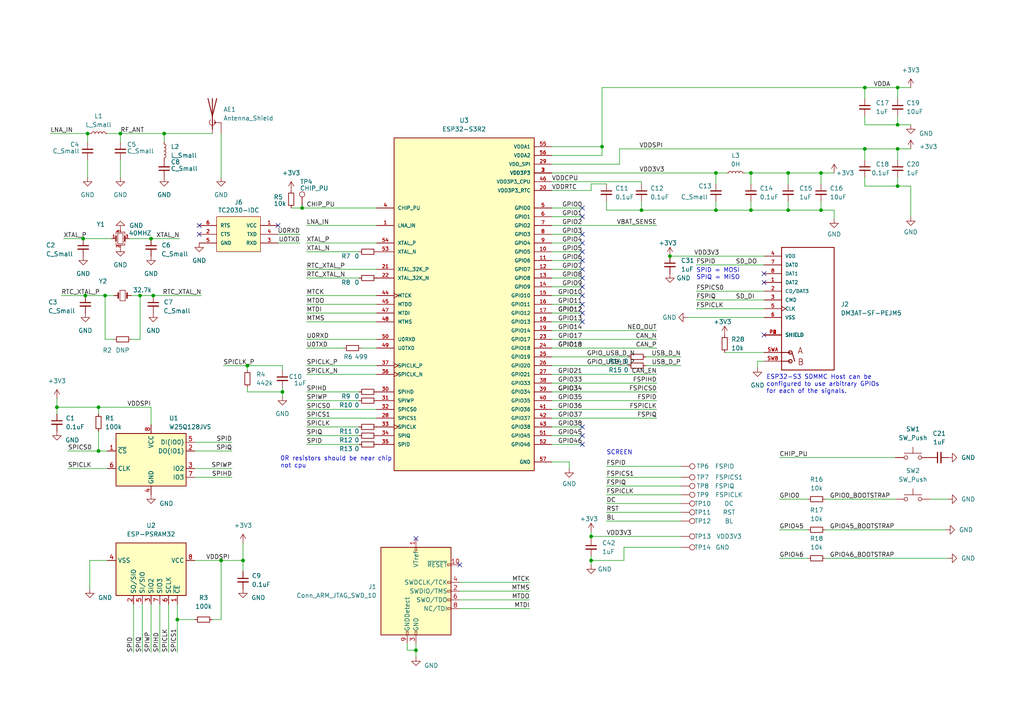
<source format=kicad_sch>
(kicad_sch (version 20211123) (generator eeschema)
  (paper "A4")
  (junction (at 200.66 250.19))
  (junction (at 24.765 85.725))
  (junction (at 34.925 38.735))
  (junction (at 313.69 17.78))
  (junction (at 390.525 81.915))
  (junction (at 120.015 250.19))
  (junction (at 260.35 25.4))
  (junction (at 70.485 162.56))
  (junction (at 228.6 60.96))
  (junction (at 43.815 69.215))
  (junction (at 207.645 60.96))
  (junction (at 174.625 250.19))
  (junction (at 363.22 86.995))
  (junction (at 25.4 38.735))
  (junction (at 47.625 38.735))
  (junction (at 228.6 50.165))
  (junction (at 171.45 155.575))
  (junction (at 81.915 113.665))
  (junction (at 346.71 98.425))
  (junction (at 390.525 88.265))
  (junction (at 217.805 60.96))
  (junction (at 30.48 85.725))
  (junction (at 260.35 43.18))
  (junction (at 144.145 250.19))
  (junction (at 321.31 98.425))
  (junction (at 370.84 98.425))
  (junction (at 144.145 284.48))
  (junction (at 390.525 98.425))
  (junction (at 308.61 98.425))
  (junction (at 24.13 69.215))
  (junction (at 174.625 284.48))
  (junction (at 363.22 98.425))
  (junction (at 308.61 85.725))
  (junction (at 44.45 85.725))
  (junction (at 186.055 60.96))
  (junction (at 40.64 85.725))
  (junction (at 238.125 60.96))
  (junction (at 401.32 81.915))
  (junction (at 250.825 25.4))
  (junction (at 381.635 81.915))
  (junction (at 410.21 81.915))
  (junction (at 401.32 98.425))
  (junction (at 120.65 188.595))
  (junction (at 367.665 81.915))
  (junction (at 378.46 178.435))
  (junction (at 69.215 284.48))
  (junction (at 260.35 36.195))
  (junction (at 16.51 250.19))
  (junction (at 71.755 106.045))
  (junction (at 217.805 50.165))
  (junction (at 28.575 130.81))
  (junction (at 16.51 284.48))
  (junction (at 69.215 250.19))
  (junction (at 231.14 284.48))
  (junction (at 410.21 79.375))
  (junction (at 347.98 57.15))
  (junction (at 305.435 78.105))
  (junction (at 120.015 284.48))
  (junction (at 16.51 118.11))
  (junction (at 64.135 162.56))
  (junction (at 344.17 98.425))
  (junction (at 51.435 179.705))
  (junction (at 250.825 43.18))
  (junction (at 171.45 162.56))
  (junction (at 87.63 60.325))
  (junction (at 323.85 178.435))
  (junction (at 93.345 250.19))
  (junction (at 381.635 88.265))
  (junction (at 314.96 78.105))
  (junction (at 200.66 284.48))
  (junction (at 42.545 250.19))
  (junction (at 42.545 284.48))
  (junction (at 231.14 250.19))
  (junction (at 238.125 50.165))
  (junction (at 260.35 53.975))
  (junction (at 28.575 118.11))
  (junction (at 323.215 78.105))
  (junction (at 194.31 74.295))
  (junction (at 174.625 42.545))
  (junction (at 207.645 50.165))
  (junction (at 93.345 284.48))
  (no_connect (at 168.91 93.345))
  (no_connect (at 168.91 67.945))
  (no_connect (at 57.785 65.405))
  (no_connect (at 168.91 88.265))
  (no_connect (at 320.04 155.575))
  (no_connect (at 80.645 65.405))
  (no_connect (at 168.91 83.185))
  (no_connect (at 221.615 97.155))
  (no_connect (at 168.91 80.645))
  (no_connect (at 168.91 62.865))
  (no_connect (at 333.375 170.815))
  (no_connect (at 368.935 163.195))
  (no_connect (at 133.35 163.83))
  (no_connect (at 120.65 156.21))
  (no_connect (at 168.91 85.725))
  (no_connect (at 168.91 73.025))
  (no_connect (at 168.91 123.825))
  (no_connect (at 168.91 90.805))
  (no_connect (at 168.91 60.325))
  (no_connect (at 379.73 155.575))
  (no_connect (at 168.91 128.905))
  (no_connect (at 168.91 126.365))
  (no_connect (at 57.785 67.945))
  (no_connect (at 168.91 75.565))
  (no_connect (at 168.91 70.485))
  (no_connect (at 168.91 78.105))
  (no_connect (at 351.79 33.655))
  (no_connect (at 221.615 79.375))
  (no_connect (at 221.615 81.915))
  (wire (pts (xy -6.985 284.48) (xy 16.51 284.48)))
  (wire (pts (xy 48.895 175.26) (xy 48.895 189.23)))
  (wire (pts (xy 14.605 38.735) (xy 25.4 38.735)))
  (wire (pts (xy 363.855 80.645) (xy 363.855 81.915)))
  (wire (pts (xy 144.145 259.715) (xy 144.145 264.795)))
  (wire (pts (xy 217.805 58.42) (xy 217.805 60.96)))
  (wire (pts (xy 88.9 85.725) (xy 109.22 85.725)))
  (wire (pts (xy 160.02 75.565) (xy 168.91 75.565)))
  (wire (pts (xy 160.02 121.285) (xy 190.5 121.285)))
  (wire (pts (xy 160.02 98.425) (xy 190.5 98.425)))
  (wire (pts (xy 144.145 250.19) (xy 174.625 250.19)))
  (wire (pts (xy 93.345 259.715) (xy 93.345 264.795)))
  (wire (pts (xy 43.815 175.26) (xy 43.815 189.23)))
  (wire (pts (xy 42.545 250.19) (xy 42.545 254.635)))
  (wire (pts (xy 306.705 -2.54) (xy 311.15 -2.54)))
  (wire (pts (xy 380.365 81.915) (xy 381.635 81.915)))
  (wire (pts (xy 160.02 103.505) (xy 182.245 103.505)))
  (wire (pts (xy 363.855 57.15) (xy 347.98 57.15)))
  (wire (pts (xy 160.02 60.325) (xy 168.91 60.325)))
  (wire (pts (xy 76.835 272.415) (xy 85.725 272.415)))
  (wire (pts (xy 160.02 116.205) (xy 190.5 116.205)))
  (wire (pts (xy 153.67 173.99) (xy 133.35 173.99)))
  (wire (pts (xy 217.805 50.165) (xy 228.6 50.165)))
  (wire (pts (xy 160.02 52.705) (xy 186.055 52.705)))
  (wire (pts (xy 100.965 272.415) (xy 112.395 272.415)))
  (wire (pts (xy 239.395 144.78) (xy 259.715 144.78)))
  (wire (pts (xy 226.06 144.78) (xy 234.315 144.78)))
  (wire (pts (xy 201.93 76.835) (xy 221.615 76.835)))
  (wire (pts (xy 318.135 31.115) (xy 326.39 31.115)))
  (wire (pts (xy 174.625 284.48) (xy 200.66 284.48)))
  (wire (pts (xy 160.02 65.405) (xy 190.5 65.405)))
  (wire (pts (xy 199.39 92.075) (xy 221.615 92.075)))
  (wire (pts (xy 301.625 78.105) (xy 305.435 78.105)))
  (wire (pts (xy 16.51 280.035) (xy 16.51 284.48)))
  (wire (pts (xy 160.02 118.745) (xy 190.5 118.745)))
  (wire (pts (xy 18.415 69.215) (xy 24.13 69.215)))
  (wire (pts (xy 260.35 36.195) (xy 250.825 36.195)))
  (wire (pts (xy 381.635 88.265) (xy 390.525 88.265)))
  (wire (pts (xy 160.02 67.945) (xy 168.91 67.945)))
  (wire (pts (xy 69.215 284.48) (xy 69.215 280.035)))
  (wire (pts (xy 171.45 53.34) (xy 175.895 53.34)))
  (wire (pts (xy 378.46 184.785) (xy 378.46 178.435)))
  (wire (pts (xy 43.815 69.215) (xy 37.465 69.215)))
  (wire (pts (xy 319.405 163.195) (xy 319.405 173.355)))
  (wire (pts (xy 64.135 179.705) (xy 64.135 162.56)))
  (wire (pts (xy 187.325 106.045) (xy 197.485 106.045)))
  (wire (pts (xy 370.84 86.995) (xy 363.22 86.995)))
  (wire (pts (xy 160.02 106.045) (xy 182.245 106.045)))
  (wire (pts (xy 47.625 41.275) (xy 47.625 38.735)))
  (wire (pts (xy 144.145 284.48) (xy 144.145 280.035)))
  (wire (pts (xy 51.435 179.705) (xy 56.515 179.705)))
  (wire (pts (xy 370.84 93.345) (xy 370.84 98.425)))
  (wire (pts (xy 321.31 98.425) (xy 344.17 98.425)))
  (wire (pts (xy 120.015 259.715) (xy 120.015 264.795)))
  (wire (pts (xy 88.9 73.025) (xy 104.14 73.025)))
  (wire (pts (xy 321.31 85.725) (xy 321.31 87.63)))
  (wire (pts (xy 81.915 114.935) (xy 81.915 113.665)))
  (wire (pts (xy 69.215 259.715) (xy 69.215 264.795)))
  (wire (pts (xy 40.64 85.725) (xy 38.1 85.725)))
  (wire (pts (xy 16.51 250.19) (xy 42.545 250.19)))
  (wire (pts (xy 401.32 88.265) (xy 401.32 98.425)))
  (wire (pts (xy 25.4 38.735) (xy 25.4 41.275)))
  (wire (pts (xy -2.54 272.415) (xy 0 272.415)))
  (wire (pts (xy 250.825 43.18) (xy 250.825 46.355)))
  (wire (pts (xy 333.375 168.275) (xy 323.85 168.275)))
  (wire (pts (xy 151.765 272.415) (xy 167.005 272.415)))
  (wire (pts (xy 370.84 88.265) (xy 370.84 86.995)))
  (wire (pts (xy 160.02 80.645) (xy 168.91 80.645)))
  (wire (pts (xy 71.755 106.045) (xy 71.755 107.315)))
  (wire (pts (xy 160.02 62.865) (xy 168.91 62.865)))
  (wire (pts (xy 160.02 108.585) (xy 190.5 108.585)))
  (wire (pts (xy 238.125 60.96) (xy 228.6 60.96)))
  (wire (pts (xy 38.1 98.425) (xy 40.64 98.425)))
  (wire (pts (xy 160.02 70.485) (xy 168.91 70.485)))
  (wire (pts (xy 175.895 135.255) (xy 197.485 135.255)))
  (wire (pts (xy 69.215 250.19) (xy 69.215 254.635)))
  (wire (pts (xy 160.02 113.665) (xy 190.5 113.665)))
  (wire (pts (xy 171.45 162.56) (xy 171.45 161.29)))
  (wire (pts (xy 144.145 284.48) (xy 174.625 284.48)))
  (wire (pts (xy 390.525 81.915) (xy 401.32 81.915)))
  (wire (pts (xy 71.755 106.045) (xy 81.915 106.045)))
  (wire (pts (xy 28.575 125.095) (xy 28.575 130.81)))
  (wire (pts (xy 207.645 50.165) (xy 210.82 50.165)))
  (wire (pts (xy 194.31 74.295) (xy 221.615 74.295)))
  (wire (pts (xy 64.77 106.045) (xy 71.755 106.045)))
  (wire (pts (xy 200.66 284.48) (xy 231.14 284.48)))
  (wire (pts (xy 160.02 95.885) (xy 190.5 95.885)))
  (wire (pts (xy 160.02 85.725) (xy 168.91 85.725)))
  (wire (pts (xy 174.625 250.19) (xy 200.66 250.19)))
  (wire (pts (xy 70.485 162.56) (xy 70.485 165.735)))
  (wire (pts (xy 321.31 92.71) (xy 321.31 98.425)))
  (wire (pts (xy 160.02 126.365) (xy 168.91 126.365)))
  (wire (pts (xy 410.21 77.47) (xy 410.21 79.375)))
  (wire (pts (xy 260.35 43.18) (xy 260.35 46.355)))
  (wire (pts (xy 88.9 106.045) (xy 109.22 106.045)))
  (wire (pts (xy 260.35 43.18) (xy 264.16 43.18)))
  (wire (pts (xy 28.575 118.11) (xy 28.575 120.015)))
  (wire (pts (xy 88.9 121.285) (xy 109.22 121.285)))
  (wire (pts (xy 175.895 58.42) (xy 175.895 60.96)))
  (wire (pts (xy 16.51 284.48) (xy 42.545 284.48)))
  (wire (pts (xy 174.625 25.4) (xy 174.625 42.545)))
  (wire (pts (xy 228.6 50.165) (xy 228.6 53.34)))
  (wire (pts (xy 93.345 284.48) (xy 93.345 280.035)))
  (wire (pts (xy 260.35 53.975) (xy 250.825 53.975)))
  (wire (pts (xy 42.545 284.48) (xy 42.545 280.035)))
  (wire (pts (xy 56.515 138.43) (xy 67.31 138.43)))
  (wire (pts (xy 360.68 78.105) (xy 363.855 78.105)))
  (wire (pts (xy 28.575 118.11) (xy 43.815 118.11)))
  (wire (pts (xy 71.755 113.665) (xy 81.915 113.665)))
  (wire (pts (xy 360.68 80.645) (xy 363.855 80.645)))
  (wire (pts (xy 217.805 60.96) (xy 207.645 60.96)))
  (wire (pts (xy 51.435 179.705) (xy 51.435 189.23)))
  (wire (pts (xy 363.855 76.835) (xy 367.665 76.835)))
  (wire (pts (xy 323.215 78.105) (xy 323.215 81.915)))
  (wire (pts (xy 88.9 88.265) (xy 109.22 88.265)))
  (wire (pts (xy -6.985 259.715) (xy -6.985 284.48)))
  (wire (pts (xy 88.9 93.345) (xy 109.22 93.345)))
  (wire (pts (xy 34.925 41.275) (xy 34.925 38.735)))
  (wire (pts (xy 320.04 155.575) (xy 333.375 155.575)))
  (wire (pts (xy 160.02 47.625) (xy 179.705 47.625)))
  (wire (pts (xy 333.375 163.195) (xy 319.405 163.195)))
  (wire (pts (xy 250.825 33.655) (xy 250.825 36.195)))
  (wire (pts (xy 93.345 250.19) (xy 93.345 254.635)))
  (wire (pts (xy 201.93 84.455) (xy 221.615 84.455)))
  (wire (pts (xy 120.65 186.69) (xy 120.65 188.595)))
  (wire (pts (xy 339.09 17.78) (xy 339.09 23.495)))
  (wire (pts (xy 160.02 83.185) (xy 168.91 83.185)))
  (wire (pts (xy 44.45 85.725) (xy 40.64 85.725)))
  (wire (pts (xy 160.02 42.545) (xy 174.625 42.545)))
  (wire (pts (xy 19.685 130.81) (xy 28.575 130.81)))
  (wire (pts (xy 351.79 36.195) (xy 363.855 36.195)))
  (wire (pts (xy 88.9 98.425) (xy 109.22 98.425)))
  (wire (pts (xy 70.485 157.48) (xy 70.485 162.56)))
  (wire (pts (xy 390.525 98.425) (xy 390.525 93.345)))
  (wire (pts (xy 347.98 59.055) (xy 347.98 57.15)))
  (wire (pts (xy 368.935 165.735) (xy 378.46 165.735)))
  (wire (pts (xy 160.02 128.905) (xy 168.91 128.905)))
  (wire (pts (xy 160.02 90.805) (xy 168.91 90.805)))
  (wire (pts (xy 174.625 284.48) (xy 174.625 280.035)))
  (wire (pts (xy 228.6 60.96) (xy 217.805 60.96)))
  (wire (pts (xy 239.395 153.67) (xy 274.32 153.67)))
  (wire (pts (xy 93.345 250.19) (xy 120.015 250.19)))
  (wire (pts (xy 381.635 82.55) (xy 381.635 81.915)))
  (wire (pts (xy 87.63 60.325) (xy 109.22 60.325)))
  (wire (pts (xy 127.635 272.415) (xy 136.525 272.415)))
  (wire (pts (xy 16.51 115.57) (xy 16.51 118.11)))
  (wire (pts (xy 88.9 123.825) (xy 104.14 123.825)))
  (wire (pts (xy 367.665 81.915) (xy 375.285 81.915)))
  (wire (pts (xy 47.625 38.735) (xy 34.925 38.735)))
  (wire (pts (xy 363.855 78.105) (xy 363.855 76.835)))
  (wire (pts (xy 255.27 284.48) (xy 255.27 290.83)))
  (wire (pts (xy 120.015 250.19) (xy 144.145 250.19)))
  (wire (pts (xy 255.27 245.11) (xy 255.27 250.19)))
  (wire (pts (xy 333.375 165.735) (xy 323.85 165.735)))
  (wire (pts (xy 47.625 38.735) (xy 61.595 38.735)))
  (wire (pts (xy 44.45 85.725) (xy 58.42 85.725)))
  (wire (pts (xy 241.935 60.96) (xy 238.125 60.96)))
  (wire (pts (xy 38.735 175.26) (xy 38.735 189.23)))
  (wire (pts (xy 153.67 168.91) (xy 133.35 168.91)))
  (wire (pts (xy 401.32 98.425) (xy 390.525 98.425)))
  (wire (pts (xy 210.185 102.235) (xy 221.615 102.235)))
  (wire (pts (xy 231.14 250.19) (xy 231.14 254.635)))
  (wire (pts (xy 228.6 58.42) (xy 228.6 60.96)))
  (wire (pts (xy 175.895 138.43) (xy 197.485 138.43)))
  (wire (pts (xy 88.9 116.205) (xy 104.14 116.205)))
  (wire (pts (xy 207.645 53.34) (xy 207.645 50.165)))
  (wire (pts (xy 231.14 284.48) (xy 255.27 284.48)))
  (wire (pts (xy 24.765 85.725) (xy 30.48 85.725)))
  (wire (pts (xy 42.545 284.48) (xy 69.215 284.48)))
  (wire (pts (xy 250.825 51.435) (xy 250.825 53.975)))
  (wire (pts (xy 56.515 135.89) (xy 67.31 135.89)))
  (wire (pts (xy 305.435 78.105) (xy 314.96 78.105)))
  (wire (pts (xy 160.02 78.105) (xy 168.91 78.105)))
  (wire (pts (xy 215.9 50.165) (xy 217.805 50.165)))
  (wire (pts (xy 41.275 175.26) (xy 41.275 189.23)))
  (wire (pts (xy 319.405 178.435) (xy 323.85 178.435)))
  (wire (pts (xy 28.575 130.81) (xy 31.115 130.81)))
  (wire (pts (xy 318.135 28.575) (xy 326.39 28.575)))
  (wire (pts (xy 318.135 38.735) (xy 326.39 38.735)))
  (wire (pts (xy 88.9 126.365) (xy 104.14 126.365)))
  (wire (pts (xy 64.135 162.56) (xy 70.485 162.56)))
  (wire (pts (xy 120.65 188.595) (xy 120.65 190.5)))
  (wire (pts (xy 174.625 45.085) (xy 174.625 42.545)))
  (wire (pts (xy 104.775 100.965) (xy 109.22 100.965)))
  (wire (pts (xy 308.61 85.725) (xy 314.96 85.725)))
  (wire (pts (xy 238.125 60.96) (xy 238.125 58.42)))
  (wire (pts (xy 175.895 60.96) (xy 186.055 60.96)))
  (wire (pts (xy 174.625 250.19) (xy 174.625 254.635)))
  (wire (pts (xy 274.955 144.78) (xy 269.875 144.78)))
  (wire (pts (xy 175.895 151.13) (xy 197.485 151.13)))
  (wire (pts (xy 186.055 58.42) (xy 186.055 60.96)))
  (wire (pts (xy 25.4 46.355) (xy 25.4 51.435)))
  (wire (pts (xy 42.545 259.715) (xy 42.545 264.795)))
  (wire (pts (xy 16.51 118.11) (xy 28.575 118.11)))
  (wire (pts (xy 40.64 98.425) (xy 40.64 85.725)))
  (wire (pts (xy 313.69 15.24) (xy 313.69 17.78)))
  (wire (pts (xy 179.705 43.18) (xy 250.825 43.18)))
  (wire (pts (xy 401.32 81.915) (xy 410.21 81.915)))
  (wire (pts (xy 241.935 63.5) (xy 241.935 60.96)))
  (wire (pts (xy 200.66 259.715) (xy 200.66 264.795)))
  (wire (pts (xy 333.375 178.435) (xy 323.85 178.435)))
  (wire (pts (xy 81.915 106.045) (xy 81.915 107.315)))
  (wire (pts (xy 207.645 60.96) (xy 207.645 58.42)))
  (wire (pts (xy 88.9 70.485) (xy 109.22 70.485)))
  (wire (pts (xy 410.21 98.425) (xy 401.32 98.425)))
  (wire (pts (xy 264.16 36.195) (xy 260.35 36.195)))
  (wire (pts (xy 88.9 118.745) (xy 109.22 118.745)))
  (wire (pts (xy 368.935 168.275) (xy 378.46 168.275)))
  (wire (pts (xy 368.935 155.575) (xy 379.73 155.575)))
  (wire (pts (xy 201.93 86.995) (xy 221.615 86.995)))
  (wire (pts (xy 346.71 98.425) (xy 363.22 98.425)))
  (wire (pts (xy 308.61 98.425) (xy 321.31 98.425)))
  (wire (pts (xy 238.125 50.165) (xy 241.935 50.165)))
  (wire (pts (xy 42.545 250.19) (xy 69.215 250.19)))
  (wire (pts (xy 363.855 81.915) (xy 367.665 81.915)))
  (wire (pts (xy 346.71 98.425) (xy 344.17 98.425)))
  (wire (pts (xy 187.325 103.505) (xy 197.485 103.505)))
  (wire (pts (xy 363.22 86.995) (xy 360.68 86.995)))
  (wire (pts (xy 375.285 88.265) (xy 381.635 88.265)))
  (wire (pts (xy 51.435 175.26) (xy 51.435 179.705)))
  (wire (pts (xy 160.02 50.165) (xy 207.645 50.165)))
  (wire (pts (xy 118.11 188.595) (xy 120.65 188.595)))
  (wire (pts (xy 88.9 78.105) (xy 109.22 78.105)))
  (wire (pts (xy 19.685 135.89) (xy 31.115 135.89)))
  (wire (pts (xy 314.96 85.725) (xy 314.96 83.185)))
  (wire (pts (xy 153.67 171.45) (xy 133.35 171.45)))
  (wire (pts (xy 88.9 113.665) (xy 104.14 113.665)))
  (wire (pts (xy 368.935 170.815) (xy 378.46 170.815)))
  (wire (pts (xy 219.71 104.775) (xy 221.615 104.775)))
  (wire (pts (xy 34.925 38.735) (xy 31.115 38.735)))
  (wire (pts (xy 174.625 25.4) (xy 250.825 25.4)))
  (wire (pts (xy 160.02 73.025) (xy 168.91 73.025)))
  (wire (pts (xy 226.06 153.67) (xy 234.315 153.67)))
  (wire (pts (xy 120.015 284.48) (xy 120.015 280.035)))
  (wire (pts (xy -6.985 250.19) (xy 16.51 250.19)))
  (wire (pts (xy 231.14 250.19) (xy 255.27 250.19)))
  (wire (pts (xy 344.17 92.075) (xy 344.17 98.425)))
  (wire (pts (xy 330.2 81.915) (xy 323.215 81.915)))
  (wire (pts (xy 410.21 81.915) (xy 410.21 83.185)))
  (wire (pts (xy 84.455 60.325) (xy 87.63 60.325)))
  (wire (pts (xy 260.35 53.975) (xy 260.35 51.435)))
  (wire (pts (xy 200.66 250.19) (xy 200.66 254.635)))
  (wire (pts (xy 88.9 108.585) (xy 109.22 108.585)))
  (wire (pts (xy 24.13 272.415) (xy 34.925 272.415)))
  (wire (pts (xy 16.51 120.015) (xy 16.51 118.11)))
  (wire (pts (xy 228.6 50.165) (xy 238.125 50.165)))
  (wire (pts (xy 308.61 99.695) (xy 308.61 98.425)))
  (wire (pts (xy 410.21 79.375) (xy 410.21 81.915)))
  (wire (pts (xy 351.79 31.115) (xy 363.855 31.115)))
  (wire (pts (xy 186.055 60.96) (xy 207.645 60.96)))
  (wire (pts (xy 175.895 146.05) (xy 197.485 146.05)))
  (wire (pts (xy 88.9 90.805) (xy 109.22 90.805)))
  (wire (pts (xy 160.02 111.125) (xy 190.5 111.125)))
  (wire (pts (xy 46.355 175.26) (xy 46.355 189.23)))
  (wire (pts (xy 200.66 250.19) (xy 231.14 250.19)))
  (wire (pts (xy 171.45 155.575) (xy 197.485 155.575)))
  (wire (pts (xy 165.1 135.89) (xy 165.1 133.985)))
  (wire (pts (xy 250.825 25.4) (xy 250.825 28.575)))
  (wire (pts (xy 71.755 112.395) (xy 71.755 113.665)))
  (wire (pts (xy 56.515 162.56) (xy 64.135 162.56)))
  (wire (pts (xy 182.245 272.415) (xy 193.04 272.415)))
  (wire (pts (xy 306.705 2.54) (xy 320.04 2.54)))
  (wire (pts (xy 64.135 38.735) (xy 64.135 51.435)))
  (wire (pts (xy 171.45 55.245) (xy 171.45 53.34)))
  (wire (pts (xy 238.125 50.165) (xy 238.125 53.34)))
  (wire (pts (xy 308.61 85.725) (xy 308.61 98.425)))
  (wire (pts (xy 305.435 85.725) (xy 305.435 83.185)))
  (wire (pts (xy 171.45 155.575) (xy 171.45 154.305)))
  (wire (pts (xy 323.215 78.105) (xy 330.2 78.105)))
  (wire (pts (xy 88.9 100.965) (xy 99.695 100.965)))
  (wire (pts (xy 305.435 85.725) (xy 308.61 85.725)))
  (wire (pts (xy 34.925 46.355) (xy 34.925 51.435)))
  (wire (pts (xy 69.215 284.48) (xy 93.345 284.48)))
  (wire (pts (xy 314.96 78.105) (xy 323.215 78.105)))
  (wire (pts (xy 306.705 5.08) (xy 320.04 5.08)))
  (wire (pts (xy 410.21 88.265) (xy 410.21 98.425)))
  (wire (pts (xy 363.22 98.425) (xy 370.84 98.425)))
  (wire (pts (xy 313.69 17.78) (xy 339.09 17.78)))
  (wire (pts (xy 144.145 250.19) (xy 144.145 254.635)))
  (wire (pts (xy 56.515 128.27) (xy 67.31 128.27)))
  (wire (pts (xy 375.285 84.455) (xy 375.285 88.265)))
  (wire (pts (xy 160.02 123.825) (xy 168.91 123.825)))
  (wire (pts (xy 323.85 184.785) (xy 323.85 178.435)))
  (wire (pts (xy 88.9 128.905) (xy 104.14 128.905)))
  (wire (pts (xy 165.1 133.985) (xy 160.02 133.985)))
  (wire (pts (xy 231.14 284.48) (xy 231.14 280.035)))
  (wire (pts (xy 88.9 80.645) (xy 104.14 80.645)))
  (wire (pts (xy 381.635 87.63) (xy 381.635 88.265)))
  (wire (pts (xy 179.705 43.18) (xy 179.705 47.625)))
  (wire (pts (xy 174.625 259.715) (xy 174.625 264.795)))
  (wire (pts (xy 175.895 140.97) (xy 197.485 140.97)))
  (wire (pts (xy 17.78 85.725) (xy 24.765 85.725)))
  (wire (pts (xy 226.06 161.925) (xy 234.315 161.925)))
  (wire (pts (xy 26.035 162.56) (xy 31.115 162.56)))
  (wire (pts (xy 250.825 25.4) (xy 260.35 25.4)))
  (wire (pts (xy 180.975 162.56) (xy 180.975 158.75)))
  (wire (pts (xy 81.915 113.665) (xy 81.915 112.395)))
  (wire (pts (xy 43.815 118.11) (xy 43.815 123.19)))
  (wire (pts (xy 160.02 93.345) (xy 168.91 93.345)))
  (wire (pts (xy 363.22 86.995) (xy 363.22 88.265)))
  (wire (pts (xy 219.71 106.68) (xy 219.71 104.775)))
  (wire (pts (xy 370.84 98.425) (xy 390.525 98.425)))
  (wire (pts (xy 16.51 259.715) (xy 16.51 264.795)))
  (wire (pts (xy 160.02 45.085) (xy 174.625 45.085)))
  (wire (pts (xy 260.35 25.4) (xy 260.35 28.575)))
  (wire (pts (xy 368.935 178.435) (xy 378.46 178.435)))
  (wire (pts (xy 25.4 38.735) (xy 26.035 38.735)))
  (wire (pts (xy 360.68 84.455) (xy 375.285 84.455)))
  (wire (pts (xy 33.02 98.425) (xy 30.48 98.425)))
  (wire (pts (xy 160.02 55.245) (xy 171.45 55.245)))
  (wire (pts (xy 153.67 176.53) (xy 133.35 176.53)))
  (wire (pts (xy 171.45 156.21) (xy 171.45 155.575)))
  (wire (pts (xy 69.215 250.19) (xy 93.345 250.19)))
  (wire (pts (xy 226.06 132.715) (xy 259.715 132.715)))
  (wire (pts (xy 306.705 0) (xy 320.04 0)))
  (wire (pts (xy 5.08 272.415) (xy 8.89 272.415)))
  (wire (pts (xy 208.28 272.415) (xy 223.52 272.415)))
  (wire (pts (xy 80.645 67.945) (xy 86.995 67.945)))
  (wire (pts (xy 80.645 70.485) (xy 86.995 70.485)))
  (wire (pts (xy 61.595 179.705) (xy 64.135 179.705)))
  (wire (pts (xy 378.46 170.815) (xy 378.46 173.355)))
  (wire (pts (xy 330.2 85.725) (xy 321.31 85.725)))
  (wire (pts (xy 387.35 71.755) (xy 387.35 74.295)))
  (wire (pts (xy 250.825 43.18) (xy 260.35 43.18)))
  (wire (pts (xy -6.985 254.635) (xy -6.985 250.19)))
  (wire (pts (xy 160.02 88.265) (xy 168.91 88.265)))
  (wire (pts (xy 24.13 69.215) (xy 32.385 69.215)))
  (wire (pts (xy 50.165 272.415) (xy 61.595 272.415)))
  (wire (pts (xy 217.805 50.165) (xy 217.805 53.34)))
  (wire (pts (xy 118.11 186.69) (xy 118.11 188.595)))
  (wire (pts (xy 401.32 81.915) (xy 401.32 83.185)))
  (wire (pts (xy 120.015 284.48) (xy 144.145 284.48)))
  (wire (pts (xy 175.895 148.59) (xy 197.485 148.59)))
  (wire (pts (xy 43.815 69.215) (xy 52.07 69.215)))
  (wire (pts (xy 56.515 130.81) (xy 67.31 130.81)))
  (wire (pts (xy 88.9 65.405) (xy 109.22 65.405)))
  (wire (pts (xy 93.345 284.48) (xy 120.015 284.48)))
  (wire (pts (xy 201.93 89.535) (xy 221.615 89.535)))
  (wire (pts (xy 171.45 163.83) (xy 171.45 162.56)))
  (wire (pts (xy 30.48 85.725) (xy 33.02 85.725)))
  (wire (pts (xy 87.63 59.69) (xy 87.63 60.325)))
  (wire (pts (xy 120.015 250.19) (xy 120.015 254.635)))
  (wire (pts (xy 260.35 25.4) (xy 264.16 25.4)))
  (wire (pts (xy 160.02 100.965) (xy 190.5 100.965)))
  (wire (pts (xy 16.51 254.635) (xy 16.51 250.19)))
  (wire (pts (xy 26.035 170.815) (xy 26.035 162.56)))
  (wire (pts (xy 347.98 57.15) (xy 347.98 54.61)))
  (wire (pts (xy 30.48 98.425) (xy 30.48 85.725)))
  (wire (pts (xy 264.16 53.975) (xy 260.35 53.975)))
  (wire (pts (xy 346.71 92.075) (xy 346.71 98.425)))
  (wire (pts (xy 175.895 143.51) (xy 197.485 143.51)))
  (wire (pts (xy 186.055 52.705) (xy 186.055 53.34)))
  (wire (pts (xy 200.66 284.48) (xy 200.66 280.035)))
  (wire (pts (xy 381.635 81.915) (xy 390.525 81.915)))
  (wire (pts (xy 239.395 161.925) (xy 274.955 161.925)))
  (wire (pts (xy 171.45 162.56) (xy 180.975 162.56)))
  (wire (pts (xy 231.14 259.715) (xy 231.14 264.795)))
  (wire (pts (xy 264.16 62.865) (xy 264.16 53.975)))
  (wire (pts (xy 313.69 17.78) (xy 313.69 20.32)))
  (wire (pts (xy 180.975 158.75) (xy 197.485 158.75)))
  (wire (pts (xy 390.525 81.915) (xy 390.525 83.185)))
  (wire (pts (xy 260.35 36.195) (xy 260.35 33.655)))
  (text "SCREEN" (at 175.895 132.08 0) (effects (font (size 1.27 1.27)) (justify left bottom)))
  (text "ESP32-S3 SDMMC Host can be \nconfigured to use arbitrary GPIOs \nfor each of the signals. " (at 222.25 114.3 0) (effects (font (size 1.27 1.27)) (justify left bottom)))
  (text "SPID = MOSI\nSPIQ = MISO" (at 201.93 81.28 0) (effects (font (size 1.27 1.27)) (justify left bottom)))
  (text "0R resistors should be near chip\nnot cpu" (at 81.28 135.89 0) (effects (font (size 1.27 1.27)) (justify left bottom)))
  (text "Pretty sure the resistor network here\nneeds to be recalculated for\n3.3V. Consult Datasheet" (at 372.745 106.045 0) (effects (font (size 1.27 1.27)) (justify left bottom)))
  (label "SPIHD" (at 88.9 113.665 0))
  (label "3.3V" (at 394.97 81.915 180))
  (label "GPIO10" (at 168.91 85.725 180))
  (label "GPIO34" (at 168.91 113.665 180))
  (label "SPICLK" (at 88.9 123.825 0))
  (label "GPIO5" (at 168.91 73.025 180))
  (label "U0TXD" (at 86.995 70.485 180))
  (label "USB_D_N" (at 378.46 165.735 180))
  (label "SPICS1" (at 51.435 189.23 90))
  (label "SPID" (at 88.9 128.905 0))
  (label "XTAL_P" (at 18.415 69.215 0))
  (label "CAN_EN" (at 190.5 108.585 180))
  (label "FSPIQ" (at 175.895 140.97 0))
  (label "FSPICS1" (at 175.895 138.43 0))
  (label "USB_D_P" (at 197.485 106.045 180))
  (label "SPICS1" (at 88.9 121.285 0))
  (label "GPIO_USB_D_N" (at 170.18 103.505 0))
  (label "CC1" (at 319.405 163.195 0))
  (label "SD_DO" (at 213.36 76.835 0))
  (label "CHIP_PU" (at 88.9 60.325 0))
  (label "VDD3V3" (at 201.295 74.295 0))
  (label "CAN_EN" (at 318.135 38.735 0))
  (label "MTCK" (at 88.9 85.725 0))
  (label "SPICLK" (at 48.895 189.23 90))
  (label "GPIO17" (at 168.91 98.425 180))
  (label "SPICLK" (at 19.685 135.89 0))
  (label "U0RXD" (at 88.9 98.425 0))
  (label "FSPID" (at 190.5 116.205 180))
  (label "USB_D_P" (at 323.85 165.735 0))
  (label "VDDRTC" (at 160.02 55.245 0))
  (label "USB_VBUS" (at 320.04 155.575 0))
  (label "SPIWP" (at 43.815 189.23 90))
  (label "GPIO46" (at 168.91 128.905 180))
  (label "CAN_VCC" (at 332.105 17.78 180))
  (label "GPIO0" (at 226.06 144.78 0))
  (label "XTAL_P" (at 88.9 70.485 0))
  (label "GPIO_USB_D_P" (at 170.18 106.045 0))
  (label "FSPICS0" (at 190.5 113.665 180))
  (label "FSPIHD" (at 190.5 111.125 180))
  (label "MTMS" (at 88.9 93.345 0))
  (label "VIN" (at 320.04 0 180))
  (label "USB_D_N" (at 323.85 168.275 0))
  (label "RF_ANT" (at 34.925 38.735 0))
  (label "CAN_DRV_N" (at 320.04 2.54 180))
  (label "GPIO3" (at 168.91 67.945 180))
  (label "SPID" (at 38.735 189.23 90))
  (label "GPIO46_BOOTSTRAP" (at 240.665 161.925 0))
  (label "MTMS" (at 153.67 171.45 180))
  (label "SPICLK_P" (at 88.9 106.045 0))
  (label "CAN_DRV_N" (at 363.855 36.195 180))
  (label "FSPIQ" (at 190.5 121.285 180))
  (label "SD_DI" (at 213.36 86.995 0))
  (label "SPIQ" (at 88.9 126.365 0))
  (label "VDDCPU" (at 160.02 52.705 0))
  (label "VDD3V3" (at 175.895 155.575 0))
  (label "MTDI" (at 153.67 176.53 180))
  (label "GPIO34" (at 168.91 113.665 180))
  (label "MTDI" (at 88.9 90.805 0))
  (label "VDDSPI" (at 185.42 43.18 0))
  (label "VIN" (at 301.625 78.105 0))
  (label "GPIO46" (at 226.06 161.925 0))
  (label "CAN_DRV_P" (at 320.04 5.08 180))
  (label "VBAT_SENSE" (at 190.5 65.405 180))
  (label "CAN_N" (at 318.135 31.115 0))
  (label "FSPICLK" (at 190.5 118.745 180))
  (label "GPIO36" (at 168.91 118.745 180))
  (label "MTCK" (at 153.67 168.91 180))
  (label "DC" (at 175.895 146.05 0))
  (label "GPIO11" (at 168.91 88.265 180))
  (label "GPIO45" (at 226.06 153.67 0))
  (label "FSPID" (at 175.895 135.255 0))
  (label "GPIO37" (at 168.91 121.285 180))
  (label "GPIO13" (at 168.91 93.345 180))
  (label "CAN_P" (at 318.135 28.575 0))
  (label "RTC_XTAL_P" (at 17.78 85.725 0))
  (label "SPICLK_N" (at 88.9 108.585 0))
  (label "SPICS0" (at 88.9 118.745 0))
  (label "CAN_N" (at 190.5 98.425 180))
  (label "FSPICS0" (at 201.93 84.455 0))
  (label "GPIO9" (at 168.91 83.185 180))
  (label "VDDA" (at 253.365 25.4 0))
  (label "GPIO8" (at 168.91 80.645 180))
  (label "SPICLK_P" (at 64.77 106.045 0))
  (label "NEO_OUT" (at 190.5 95.885 180))
  (label "GPIO45" (at 168.91 126.365 180))
  (label "CAN_DRV_P" (at 363.855 31.115 180))
  (label "LNA_IN" (at 14.605 38.735 0))
  (label "VIN" (at 347.98 49.53 0))
  (label "CAN_P" (at 190.5 100.965 180))
  (label "MTDO" (at 88.9 88.265 0))
  (label "GPIO0_BOOTSTRAP" (at 240.665 144.78 0))
  (label "GPIO21" (at 168.91 108.585 180))
  (label "GPIO1" (at 168.91 62.865 180))
  (label "GPIO45_BOOTSTRAP" (at 240.665 153.67 0))
  (label "U0RXD" (at 86.995 67.945 180))
  (label "GPIO35" (at 168.91 116.205 180))
  (label "GPIO12" (at 168.91 90.805 180))
  (label "FSPIQ" (at 201.93 86.995 0))
  (label "VBAT_SENSE" (at 363.855 57.15 180))
  (label "BL" (at 175.895 151.13 0))
  (label "SPID" (at 67.31 128.27 180))
  (label "LNA_IN" (at 88.9 65.405 0))
  (label "FSPID" (at 201.93 76.835 0))
  (label "GPIO4" (at 168.91 70.485 180))
  (label "RTC_XTAL_P" (at 88.9 78.105 0))
  (label "VDDSPI" (at 43.815 118.11 180))
  (label "SPIWP" (at 67.31 135.89 180))
  (label "SPICS0" (at 19.685 130.81 0))
  (label "VDDSPI" (at 66.675 162.56 180))
  (label "RTC_XTAL_N" (at 58.42 85.725 180))
  (label "VDD3V3" (at 185.42 50.165 0))
  (label "GPIO12" (at 168.91 90.805 180))
  (label "GPIO18" (at 168.91 100.965 180))
  (label "GPIO18" (at 168.91 100.965 180))
  (label "SPIHD" (at 67.31 138.43 180))
  (label "GPIO2" (at 168.91 65.405 180))
  (label "CC2" (at 378.46 170.815 180))
  (label "GPIO6" (at 168.91 75.565 180))
  (label "FSPICLK" (at 201.93 89.535 0))
  (label "SPIHD" (at 46.355 189.23 90))
  (label "USB_D_N" (at 197.485 103.505 180))
  (label "MTDO" (at 153.67 173.99 180))
  (label "NEO_OUT" (at -2.54 272.415 90))
  (label "GPIO0" (at 168.91 60.325 180))
  (label "RTC_XTAL_N" (at 88.9 80.645 0))
  (label "CHIP_PU" (at 226.06 132.715 0))
  (label "GPIO38" (at 168.91 123.825 180))
  (label "GPIO14" (at 168.91 95.885 180))
  (label "USB_VBUS" (at 379.73 155.575 180))
  (label "GPIO33" (at 168.91 111.125 180))
  (label "FSPICLK" (at 175.895 143.51 0))
  (label "SPIWP" (at 88.9 116.205 0))
  (label "XTAL_N" (at 52.07 69.215 180))
  (label "GPIO7" (at 168.91 78.105 180))
  (label "SPIQ" (at 67.31 130.81 180))
  (label "USB_D_P" (at 378.46 168.275 180))
  (label "RST" (at 175.895 148.59 0))
  (label "XTAL_N" (at 88.9 73.025 0))
  (label "SPIQ" (at 41.275 189.23 90))
  (label "U0TXD" (at 88.9 100.965 0))
  (symbol (lib_id "power:GND") (at 378.46 184.785 0) (mirror y) (unit 1)
    (property "Reference" "#PWR0140" (effects hide))
    (property "Value" "GND" (at 378.46 189.23 0))
  )
  (symbol (lib_id "Device:R_Small") (at 106.68 116.205 90) (unit 1)
    (property "Reference" "R10" (at 100.33 117.475 90))
    (property "Value" "0" (at 103.505 117.475 90))
    (property "Footprint" "Resistor_SMD:R_0402_1005Metric" (effects hide))
  )
  (symbol (lib_id "Device:R_Small") (at 84.455 57.785 180) (unit 1)
    (property "Reference" "R5" (at 79.375 57.1499 0) (effects (justify right)))
    (property "Value" "10k" (at 79.375 59.0549 0) (effects (justify right)))
    (property "Footprint" "Resistor_SMD:R_0402_1005Metric" (effects hide))
  )
  (symbol (lib_id "Device:R_Small") (at 236.855 144.78 90) (unit 1)
    (property "Reference" "R16" (at 236.855 139.065 90))
    (property "Value" "10k" (at 236.855 141.605 90))
    (property "Footprint" "Resistor_SMD:R_0402_1005Metric" (effects hide))
  )
  (symbol (lib_id "power:GND") (at 241.935 63.5 0) (unit 1)
    (property "Reference" "#PWR0104" (effects hide))
    (property "Value" "GND" (at 241.935 67.945 0))
  )
  (symbol (lib_id "LED:WS2812B") (at 69.215 272.415 0) (unit 1)
    (property "Reference" "D3" (at 80.01 268.0843 0))
    (property "Value" "WS2812B" (at 80.01 270.6243 0))
    (property "Footprint" "LED_SMD:LED_WS2812B_PLCC4_5.0x5.0mm_P3.2mm" (effects hide))
    (property "Datasheet" "https://cdn-shop.adafruit.com/datasheets/WS2812B.pdf" (effects hide))
  )
  (symbol (lib_id "LED:WS2812B") (at 144.145 272.415 0) (unit 1)
    (property "Reference" "D8" (at 154.94 268.0843 0))
    (property "Value" "WS2812B" (at 154.94 270.6243 0))
    (property "Footprint" "LED_SMD:LED_WS2812B_PLCC4_5.0x5.0mm_P3.2mm" (effects hide))
    (property "Datasheet" "https://cdn-shop.adafruit.com/datasheets/WS2812B.pdf" (effects hide))
  )
  (symbol (lib_id "power:+3V3") (at 264.16 25.4 0) (unit 1)
    (property "Reference" "#PWR0101" (effects hide))
    (property "Value" "+3V3" (at 264.16 20.32 0))
  )
  (symbol (lib_id "Device:R_Small") (at 28.575 122.555 0) (unit 1)
    (property "Reference" "R1" (at 30.48 121.2849 0) (effects (justify left)))
    (property "Value" "100k" (at 30.48 123.8249 0) (effects (justify left)))
    (property "Footprint" "Resistor_SMD:R_0402_1005Metric" (effects hide))
  )
  (symbol (lib_id "power:GND") (at 347.98 64.135 0) (unit 1)
    (property "Reference" "#PWR0134" (effects hide))
    (property "Value" "GND" (at 351.155 67.31 0))
  )
  (symbol (lib_id "Device:R_Small") (at 106.68 113.665 90) (unit 1)
    (property "Reference" "R9" (at 100.33 114.935 90))
    (property "Value" "0" (at 103.505 114.935 90))
    (property "Footprint" "Resistor_SMD:R_0402_1005Metric" (effects hide))
  )
  (symbol (lib_id "Device:L_Small") (at 28.575 38.735 90) (unit 1)
    (property "Reference" "L1" (at 28.575 33.655 90))
    (property "Value" "L_Small" (at 28.575 36.195 90))
    (property "Footprint" "Inductor_SMD:L_0402_1005Metric" (effects hide))
  )
  (symbol (lib_id "Device:C_Small") (at 217.805 55.88 0) (unit 1)
    (property "Reference" "C14" (at 220.345 54.6162 0) (effects (justify left)))
    (property "Value" "0.1uF" (at 220.345 57.1562 0) (effects (justify left)))
    (property "Footprint" "Capacitor_SMD:C_0402_1005Metric" (effects hide))
  )
  (symbol (lib_id "Device:R_Small") (at 59.055 179.705 90) (unit 1)
    (property "Reference" "R3" (at 59.055 173.355 90))
    (property "Value" "100k" (at 59.055 175.895 90))
    (property "Footprint" "Resistor_SMD:R_0402_1005Metric" (effects hide))
  )
  (symbol (lib_id "power:+3V3") (at 210.185 97.155 0) (unit 1)
    (property "Reference" "#PWR0144" (effects hide))
    (property "Value" "+3V3" (at 209.55 93.345 0))
  )
  (symbol (lib_id "power:GND") (at 70.485 170.815 0) (unit 1)
    (property "Reference" "#PWR0123" (effects hide))
    (property "Value" "GND" (at 74.93 173.355 0))
  )
  (symbol (lib_id "Device:C_Small") (at 207.645 55.88 180) (unit 1)
    (property "Reference" "C13" (at 202.565 53.9685 0) (effects (justify right)))
    (property "Value" "C_Small" (at 197.485 57.1435 0) (effects (justify right)))
    (property "Footprint" "Capacitor_SMD:C_0402_1005Metric" (effects hide))
  )
  (symbol (lib_id "Device:C_Small") (at 120.015 257.175 0) (unit 1)
    (property "Reference" "C37" (at 122.555 255.9112 0) (effects (justify left)))
    (property "Value" "1uF" (at 122.555 258.4512 0) (effects (justify left)))
    (property "Footprint" "Capacitor_SMD:C_0402_1005Metric" (effects hide))
  )
  (symbol (lib_id "Device:C_Small") (at 228.6 55.88 0) (unit 1)
    (property "Reference" "C15" (at 231.775 54.6162 0) (effects (justify left)))
    (property "Value" "1uF" (at 231.775 57.1562 0) (effects (justify left)))
    (property "Footprint" "Capacitor_SMD:C_0402_1005Metric" (effects hide))
  )
  (symbol (lib_id "power:GND") (at 24.13 74.295 0) (unit 1)
    (property "Reference" "#PWR0127" (effects hide))
    (property "Value" "GND" (at 24.13 79.375 0))
  )
  (symbol (lib_id "AP1509-50SG-13:AP64200Q") (at 345.44 81.915 0) (unit 1)
    (property "Reference" "U4" (effects hide))
    (property "Value" "AP64200Q" (effects hide))
    (property "Footprint" "Package_SO:SOIC-8-1EP_3.9x4.9mm_P1.27mm_EP2.29x3mm_ThermalVias" (effects hide))
    (property "Datasheet" "https://www.diodes.com/assets/Datasheets/AP64200Q.pdf" (effects hide))
    (property "MPN" "AP64200QSP-13" (effects hide))
    (property "DESCRIPTION" "DCDC CONV HV BUCK SO-8EP T&R 4K" (effects hide))
  )
  (symbol (lib_id "Device:C_Small") (at 44.45 88.265 0) (mirror y) (unit 1)
    (property "Reference" "C7" (at 50.165 87.6362 0) (effects (justify left)))
    (property "Value" "C_Small" (at 55.245 90.1762 0) (effects (justify left)))
    (property "Footprint" "Capacitor_SMD:C_0402_1005Metric" (effects hide))
  )
  (symbol (lib_id "power:GND") (at 318.135 43.815 0) (unit 1)
    (property "Reference" "#PWR0136" (effects hide))
    (property "Value" "GND" (at 318.135 48.26 0))
  )
  (symbol (lib_id "power:GND") (at 16.51 125.095 0) (unit 1)
    (property "Reference" "#PWR0113" (effects hide))
    (property "Value" "GND" (at 20.955 127.635 0))
  )
  (symbol (lib_id "Device:C_Small") (at 25.4 43.815 180) (unit 1)
    (property "Reference" "C4" (at 20.32 41.9035 0) (effects (justify right)))
    (property "Value" "C_Small" (at 15.24 43.8085 0) (effects (justify right)))
    (property "Footprint" "Capacitor_SMD:C_0402_1005Metric" (effects hide))
  )
  (symbol (lib_id "power:GND") (at 264.16 36.195 0) (unit 1)
    (property "Reference" "#PWR0102" (effects hide))
    (property "Value" "GND" (at 268.605 38.735 0))
  )
  (symbol (lib_id "LED:WS2812B") (at 200.66 272.415 0) (unit 1)
    (property "Reference" "D10" (at 211.455 268.0843 0))
    (property "Value" "WS2812B" (at 211.455 270.6243 0))
    (property "Footprint" "LED_SMD:LED_WS2812B_PLCC4_5.0x5.0mm_P3.2mm" (effects hide))
    (property "Datasheet" "https://cdn-shop.adafruit.com/datasheets/WS2812B.pdf" (effects hide))
  )
  (symbol (lib_id "LED:WS2812B") (at 120.015 272.415 0) (unit 1)
    (property "Reference" "D5" (at 130.81 268.0843 0))
    (property "Value" "WS2812B" (at 130.81 270.6243 0))
    (property "Footprint" "LED_SMD:LED_WS2812B_PLCC4_5.0x5.0mm_P3.2mm" (effects hide))
    (property "Datasheet" "https://cdn-shop.adafruit.com/datasheets/WS2812B.pdf" (effects hide))
  )
  (symbol (lib_id "Device:C_Small") (at 260.35 48.895 0) (unit 1)
    (property "Reference" "C20" (at 262.89 47.6312 0) (effects (justify left)))
    (property "Value" "1uF" (at 262.89 50.1712 0) (effects (justify left)))
    (property "Footprint" "Capacitor_SMD:C_0402_1005Metric" (effects hide))
  )
  (symbol (lib_id "power:+3V3") (at 264.16 43.18 0) (unit 1)
    (property "Reference" "#PWR0103" (effects hide))
    (property "Value" "+3V3" (at 269.24 42.545 0))
  )
  (symbol (lib_id "LED:WS2812B") (at 42.545 272.415 0) (unit 1)
    (property "Reference" "D2" (at 53.34 268.0843 0))
    (property "Value" "WS2812B" (at 53.34 270.6243 0))
    (property "Footprint" "LED_SMD:LED_WS2812B_PLCC4_5.0x5.0mm_P3.2mm" (effects hide))
    (property "Datasheet" "https://cdn-shop.adafruit.com/datasheets/WS2812B.pdf" (effects hide))
  )
  (symbol (lib_id "Device:C_Small") (at 175.895 55.88 0) (unit 1)
    (property "Reference" "C11" (at 178.435 54.6162 0) (effects (justify left)))
    (property "Value" "0.1uF" (at 178.435 57.1562 0) (effects (justify left)))
    (property "Footprint" "Capacitor_SMD:C_0402_1005Metric" (effects hide))
  )
  (symbol (lib_id "Device:C_Small") (at 370.84 90.805 0) (unit 1)
    (property "Reference" "C26" (at 372.745 89.5412 0) (effects (justify left)))
    (property "Value" "DNP" (at 372.745 92.0812 0) (effects (justify left)))
    (property "Footprint" "Capacitor_SMD:C_0805_2012Metric_Pad1.18x1.45mm_HandSolder" (effects hide))
  )
  (symbol (lib_id "Device:Crystal_GND24_Small") (at 34.925 69.215 0) (unit 1)
    (property "Reference" "Y1" (at 29.21 65.0748 0))
    (property "Value" "40MHZ" (at 40.64 67.6148 0))
    (property "Footprint" "Crystal:Crystal_SMD_2016-4Pin_2.0x1.6mm" (effects hide))
    (property "MPN" "ECS-400-10-37B2-CKY-TR" (effects hide))
  )
  (symbol (lib_id "Memory_Flash:W25Q128JVS") (at 43.815 133.35 0) (unit 1)
    (property "Reference" "U1" (at 49.0094 121.285 0) (effects (justify left)))
    (property "Value" "W25Q128JVS" (at 49.0094 123.825 0) (effects (justify left)))
    (property "Footprint" "Package_SO:SOIC-8_5.23x5.23mm_P1.27mm" (effects hide))
    (property "Datasheet" "http://www.winbond.com/resource-files/w25q128jv_dtr%20revc%2003272018%20plus.pdf" (effects hide))
  )
  (symbol (lib_id "Device:R_Small") (at 2.54 272.415 90) (unit 1)
    (property "Reference" "R29" (at 2.54 266.7 90))
    (property "Value" "0" (at 2.54 269.24 90))
    (property "Footprint" "Resistor_SMD:R_0402_1005Metric" (effects hide))
  )
  (symbol (lib_id "Connector:Conn_01x04_Male") (at 301.625 0 0) (unit 1)
    (property "Reference" "J3" (at 302.26 -7.62 0))
    (property "Value" "PWR_CAN" (at 302.26 -5.08 0))
    (property "Footprint" "Connector_JST:JST_GH_BM04B-GHS-TBT_1x04-1MP_P1.25mm_Vertical" (effects hide))
  )
  (symbol (lib_id "Memory_RAM:ESP-PSRAM32") (at 43.815 165.1 270) (unit 1)
    (property "Reference" "U2" (at 43.815 152.4 90))
    (property "Value" "ESP-PSRAM32" (at 43.815 154.94 90))
    (property "Footprint" "Package_SO:SOIC-8_3.9x4.9mm_P1.27mm" (effects hide))
    (property "Datasheet" "https://www.espressif.com/sites/default/files/documentation/esp-psram32_datasheet_en.pdf" (effects hide))
  )
  (symbol (lib_id "power:GND") (at 274.32 153.67 90) (unit 1)
    (property "Reference" "#PWR0106" (effects hide))
    (property "Value" "GND" (at 278.13 153.6699 90) (effects (justify right)))
  )
  (symbol (lib_id "Device:C_Small") (at 34.925 43.815 180) (unit 1)
    (property "Reference" "C5" (at 36.83 41.9035 0) (effects (justify right)))
    (property "Value" "C_Small" (at 36.83 43.8085 0) (effects (justify right)))
    (property "Footprint" "Capacitor_SMD:C_0402_1005Metric" (effects hide))
  )
  (symbol (lib_id "Device:R_Small") (at 106.68 126.365 90) (unit 1)
    (property "Reference" "R12" (at 100.33 127.635 90))
    (property "Value" "0" (at 103.505 127.635 90))
    (property "Footprint" "Resistor_SMD:R_0402_1005Metric" (effects hide))
  )
  (symbol (lib_id "Device:C_Small") (at 260.35 31.115 0) (unit 1)
    (property "Reference" "C19" (at 262.89 29.8512 0) (effects (justify left)))
    (property "Value" "10uF" (at 262.89 32.3912 0) (effects (justify left)))
    (property "Footprint" "Capacitor_SMD:C_0402_1005Metric" (effects hide))
  )
  (symbol (lib_id "power:+3V3") (at 171.45 154.305 0) (unit 1)
    (property "Reference" "#PWR0151" (effects hide))
    (property "Value" "+3V3" (at 170.815 150.495 0))
  )
  (symbol (lib_id "power:GND") (at 25.4 51.435 0) (unit 1)
    (property "Reference" "#PWR0126" (effects hide))
    (property "Value" "GND" (at 25.4 56.515 0))
  )
  (symbol (lib_id "Connector:TestPoint") (at 410.21 79.375 90) (unit 1)
    (property "Reference" "TP2" (at 401.955 77.47 90))
    (property "Value" "3V3OUT" (at 401.955 79.375 90))
    (property "Footprint" "TestPoint:TestPoint_Pad_D1.0mm" (effects hide))
  )
  (symbol (lib_id "Device:R_Small") (at 236.855 161.925 90) (unit 1)
    (property "Reference" "R18" (at 236.855 156.21 90))
    (property "Value" "10k" (at 236.855 158.75 90))
    (property "Footprint" "Resistor_SMD:R_0402_1005Metric" (effects hide))
  )
  (symbol (lib_id "power:+3V3") (at 16.51 115.57 0) (unit 1)
    (property "Reference" "#PWR0114" (effects hide))
    (property "Value" "+3V3" (at 16.51 110.49 0))
  )
  (symbol (lib_id "power:GND") (at 313.69 25.4 0) (unit 1)
    (property "Reference" "#PWR0137" (effects hide))
    (property "Value" "GND" (at 313.69 30.48 0))
  )
  (symbol (lib_id "Device:L_Small") (at 47.625 43.815 0) (unit 1)
    (property "Reference" "L2" (at 49.53 42.5449 0) (effects (justify left)))
    (property "Value" "L_Small" (at 49.53 45.0849 0) (effects (justify left)))
    (property "Footprint" "Inductor_SMD:L_0402_1005Metric" (effects hide))
  )
  (symbol (lib_id "Device:C_Small") (at 16.51 257.175 0) (unit 1)
    (property "Reference" "C33" (at 19.05 255.9112 0) (effects (justify left)))
    (property "Value" "1uF" (at 19.05 258.4512 0) (effects (justify left)))
    (property "Footprint" "Capacitor_SMD:C_0402_1005Metric" (effects hide))
  )
  (symbol (lib_id "Device:C_Small") (at 186.055 55.88 0) (unit 1)
    (property "Reference" "C12" (at 188.595 54.6162 0) (effects (justify left)))
    (property "Value" "0.1uF" (at 188.595 57.1562 0) (effects (justify left)))
    (property "Footprint" "Capacitor_SMD:C_0402_1005Metric" (effects hide))
  )
  (symbol (lib_id "power:GND") (at 308.61 99.695 0) (unit 1)
    (property "Reference" "#PWR0131" (effects hide))
    (property "Value" "GND" (at 308.61 104.775 0))
  )
  (symbol (lib_id "Connector:TestPoint") (at 197.485 143.51 270) (unit 1)
    (property "Reference" "TP9" (at 203.835 143.51 90))
    (property "Value" "FSPICLK" (at 211.455 143.51 90))
    (property "Footprint" "TestPoint:TestPoint_Pad_D1.0mm" (effects hide))
  )
  (symbol (lib_id "Device:R_Small") (at 347.98 52.07 0) (unit 1)
    (property "Reference" "R25" (at 349.25 50.8 0) (effects (justify left)))
    (property "Value" "36k" (at 349.25 52.705 0) (effects (justify left)))
    (property "Footprint" "Resistor_SMD:R_0402_1005Metric" (effects hide))
  )
  (symbol (lib_id "power:GND") (at 43.815 74.295 0) (unit 1)
    (property "Reference" "#PWR0129" (effects hide))
    (property "Value" "GND" (at 43.815 79.375 0))
  )
  (symbol (lib_id "Device:C_Small") (at 314.96 80.645 180) (unit 1)
    (property "Reference" "C23" (at 317.5 79.3685 0) (effects (justify right)))
    (property "Value" "10uf" (at 317.5 81.9085 0) (effects (justify right)))
    (property "Footprint" "Capacitor_SMD:C_0805_2012Metric_Pad1.18x1.45mm_HandSolder" (effects hide))
    (property "DESCRIPTION" "CAP CER 10UF 25V X5R 0805" (effects hide))
    (property "MPN" "C0805C106M3PAC7800" (effects hide))
  )
  (symbol (lib_id "Device:C_Small") (at 16.51 122.555 0) (unit 1)
    (property "Reference" "C1" (at 19.05 121.2912 0) (effects (justify left)))
    (property "Value" "0.1uF" (at 19.05 123.8312 0) (effects (justify left)))
    (property "Footprint" "Capacitor_SMD:C_0402_1005Metric" (effects hide))
  )
  (symbol (lib_id "Device:R_Small") (at 363.22 90.805 0) (unit 1)
    (property "Reference" "R22" (at 364.49 90.1699 0) (effects (justify left)))
    (property "Value" "14k" (at 364.49 92.0749 0) (effects (justify left)))
    (property "Footprint" "Resistor_SMD:R_0603_1608Metric_Pad0.98x0.95mm_HandSolder" (effects hide))
    (property "DESCRIPTION" "RES 14K OHM 1% 1/10W 0603" (effects hide))
    (property "MPN" "RMCF0603FT14K0" (effects hide))
  )
  (symbol (lib_id "LED:WS2812B") (at 16.51 272.415 0) (unit 1)
    (property "Reference" "D1" (at 27.305 268.0843 0))
    (property "Value" "WS2812B" (at 27.305 270.6243 0))
    (property "Footprint" "LED_SMD:LED_WS2812B_PLCC4_5.0x5.0mm_P3.2mm" (effects hide))
    (property "Datasheet" "https://cdn-shop.adafruit.com/datasheets/WS2812B.pdf" (effects hide))
  )
  (symbol (lib_id "Device:R_Small") (at 35.56 98.425 90) (unit 1)
    (property "Reference" "R2" (at 31.115 101.6 90))
    (property "Value" "DNP" (at 35.56 101.6 90))
    (property "Footprint" "Resistor_SMD:R_0402_1005Metric" (effects hide))
  )
  (symbol (lib_id "power:+3V3") (at 313.69 15.24 0) (unit 1)
    (property "Reference" "#PWR0138" (effects hide))
    (property "Value" "+3V3" (at 318.77 14.605 0))
  )
  (symbol (lib_id "Device:R_Small") (at 390.525 85.725 0) (unit 1)
    (property "Reference" "R23" (at 391.795 85.0899 0) (effects (justify left)))
    (property "Value" "52.3k" (at 391.795 86.9949 0) (effects (justify left)))
    (property "Footprint" "Resistor_SMD:R_0603_1608Metric_Pad0.98x0.95mm_HandSolder" (effects hide))
    (property "DESCRIPTION" "RES 52.3K OHM 1% 1/10W 0603" (effects hide))
    (property "MPN" "RMCF0603FT52K3" (effects hide))
  )
  (symbol (lib_id "Device:R_Small") (at 236.855 153.67 90) (unit 1)
    (property "Reference" "R17" (at 236.855 147.955 90))
    (property "Value" "10k" (at 236.855 150.495 90))
    (property "Footprint" "Resistor_SMD:R_0402_1005Metric" (effects hide))
  )
  (symbol (lib_id "Switch:SW_Push") (at 264.795 132.715 0) (unit 1)
    (property "Reference" "SW1" (at 264.795 124.46 0))
    (property "Value" "SW_Push" (at 264.795 127 0))
  )
  (symbol (lib_id "Device:C_Small") (at 231.14 257.175 0) (unit 1)
    (property "Reference" "C41" (at 233.68 255.9112 0) (effects (justify left)))
    (property "Value" "1uF" (at 233.68 258.4512 0) (effects (justify left)))
    (property "Footprint" "Capacitor_SMD:C_0402_1005Metric" (effects hide))
  )
  (symbol (lib_id "Connector:TestPoint") (at 197.485 135.255 270) (unit 1)
    (property "Reference" "TP6" (at 203.835 135.255 90))
    (property "Value" "FSPID" (at 210.185 135.255 90))
    (property "Footprint" "TestPoint:TestPoint_Pad_D1.0mm" (effects hide))
  )
  (symbol (lib_id "Device:C_Small") (at 174.625 257.175 0) (unit 1)
    (property "Reference" "C39" (at 177.165 255.9112 0) (effects (justify left)))
    (property "Value" "1uF" (at 177.165 258.4512 0) (effects (justify left)))
    (property "Footprint" "Capacitor_SMD:C_0402_1005Metric" (effects hide))
  )
  (symbol (lib_id "Device:R_Small") (at 378.46 175.895 0) (unit 1)
    (property "Reference" "R19" (at 380.365 174.6249 0) (effects (justify left)))
    (property "Value" "51k" (at 380.365 177.1649 0) (effects (justify left)))
    (property "Footprint" "Resistor_SMD:R_0402_1005Metric" (effects hide))
  )
  (symbol (lib_id "Device:R_Small") (at 106.68 80.645 90) (unit 1)
    (property "Reference" "R8" (at 100.33 81.915 90))
    (property "Value" "0" (at 103.505 81.915 90))
    (property "Footprint" "Resistor_SMD:R_0402_1005Metric" (effects hide))
  )
  (symbol (lib_id "Connector:TestPoint") (at 197.485 155.575 270) (unit 1)
    (property "Reference" "TP13" (at 203.835 155.575 90))
    (property "Value" "VDD3V3" (at 211.455 155.575 90))
    (property "Footprint" "TestPoint:TestPoint_Pad_D1.0mm" (effects hide))
  )
  (symbol (lib_id "Device:C_Small") (at 305.435 80.645 180) (unit 1)
    (property "Reference" "C22" (at 307.975 79.3685 0) (effects (justify right)))
    (property "Value" "10uf" (at 307.975 81.9085 0) (effects (justify right)))
    (property "Footprint" "Capacitor_SMD:C_0805_2012Metric_Pad1.18x1.45mm_HandSolder" (effects hide))
    (property "DESCRIPTION" "CAP CER 10UF 25V X5R 0805" (effects hide))
    (property "MPN" "C0805C106M3PAC7800" (effects hide))
  )
  (symbol (lib_id "Device:R_Small") (at 210.185 99.695 0) (unit 1)
    (property "Reference" "R28" (at 212.09 98.4249 0) (effects (justify left)))
    (property "Value" "10k" (at 212.09 100.9649 0) (effects (justify left)))
    (property "Footprint" "Resistor_SMD:R_0402_1005Metric" (effects hide))
  )
  (symbol (lib_id "Device:C_Small") (at 367.665 79.375 0) (unit 1)
    (property "Reference" "C25" (at 369.57 78.1112 0) (effects (justify left)))
    (property "Value" "0.1uf" (at 369.57 80.6512 0) (effects (justify left)))
    (property "Footprint" "Capacitor_SMD:C_0805_2012Metric_Pad1.18x1.45mm_HandSolder" (effects hide))
    (property "DESCRIPTION" "CAP CER 0.1UF 16V X7R 0805" (effects hide))
    (property "MPN" "0805 (2012 Metric) 0,94mm" (effects hide))
  )
  (symbol (lib_id "Connector_Hirose_SD:DM3AT-SF-PEJM5") (at 234.315 89.535 0) (unit 1)
    (property "Reference" "J2" (at 243.84 88.2649 0) (effects (justify left)))
    (property "Value" "DM3AT-SF-PEJM5" (at 243.84 90.8049 0) (effects (justify left)))
    (property "Footprint" "Connector_Hirose_SD:HRS_DM3AT-SF-PEJM5" (effects hide))
    (property "Datasheet" "https://www.mouser.com/datasheet/2/185/DM3AT_SF_PEJM5_CL0609_0031_0_00_2DDrawing_00009471-1614303.pdf" (effects hide))
    (property "DESCRIPTION" "DM3 RA SMT microSD memory card push/push" (effects hide))
    (property "MPN" "DM3AT-SF-PEJM5" (effects hide))
    (property "MF" "Hirose" (effects hide))
  )
  (symbol (lib_id "Device:C_Small") (at 313.69 22.86 0) (unit 1)
    (property "Reference" "C30" (at 316.865 21.5962 0) (effects (justify left)))
    (property "Value" "0.1uF" (at 315.595 24.1362 0) (effects (justify left)))
    (property "Footprint" "Capacitor_SMD:C_0402_1005Metric" (effects hide))
  )
  (symbol (lib_id "power:GND") (at 34.925 51.435 0) (unit 1)
    (property "Reference" "#PWR0125" (effects hide))
    (property "Value" "GND" (at 34.925 56.515 0))
  )
  (symbol (lib_id "power:GND") (at 34.925 66.675 180) (unit 1)
    (property "Reference" "#PWR0128" (effects hide))
    (property "Value" "GND" (at 37.465 65.4049 0) (effects (justify right)))
  )
  (symbol (lib_id "power:GND") (at 274.955 161.925 90) (unit 1)
    (property "Reference" "#PWR0107" (effects hide))
    (property "Value" "GND" (at 278.765 161.9249 90) (effects (justify right)))
  )
  (symbol (lib_id "Connector:TestPoint") (at 197.485 148.59 270) (unit 1)
    (property "Reference" "TP11" (at 203.835 148.59 90))
    (property "Value" "RST" (at 211.455 148.59 90))
    (property "Footprint" "TestPoint:TestPoint_Pad_D1.0mm" (effects hide))
  )
  (symbol (lib_id "Connector:TestPoint") (at 197.485 140.97 270) (unit 1)
    (property "Reference" "TP8" (at 203.835 140.97 90))
    (property "Value" "FSPIQ" (at 210.185 140.97 90))
    (property "Footprint" "TestPoint:TestPoint_Pad_D1.0mm" (effects hide))
  )
  (symbol (lib_id "power:GND") (at 81.915 114.935 0) (unit 1)
    (property "Reference" "#PWR0115" (effects hide))
    (property "Value" "GND" (at 81.915 120.015 0))
  )
  (symbol (lib_id "MCU_ESP:ESP32-S3R2") (at 134.62 88.265 0) (unit 1)
    (property "Reference" "U3" (at 134.62 34.925 0))
    (property "Value" "ESP32-S3R2" (at 134.62 37.465 0))
    (property "Footprint" "Package_DFN_QFN:QFN-56-1EP_7x7mm_P0.4mm_EP5.6x5.6mm" (effects hide))
    (property "Description" "Espressif Systems [ENGINEERING SAMPLES]SMD IC , Dual-Core MCU, Wi-Fi 2.4G & BLE 5.0 combo, 8 MB Octal SPI PSRAM, QFN 56-pin, 7*7 mm" (effects hide))
    (property "MP" "ESP32-S3R2" (effects hide))
  )
  (symbol (lib_id "Device:R_Small") (at 71.755 109.855 0) (unit 1)
    (property "Reference" "R4" (at 74.295 108.5849 0) (effects (justify left)))
    (property "Value" "442k" (at 74.295 111.1249 0) (effects (justify left)))
    (property "Footprint" "Resistor_SMD:R_0402_1005Metric" (effects hide))
  )
  (symbol (lib_id "Device:Crystal_Small") (at 35.56 85.725 0) (unit 1)
    (property "Reference" "Y2" (at 29.845 81.5848 0))
    (property "Value" "32.7k" (at 41.275 84.1248 0))
    (property "Footprint" "Crystal:Crystal_SMD_MicroCrystal_CC7V-T1A-2Pin_3.2x1.5mm" (effects hide))
  )
  (symbol (lib_id "LED:WS2812B") (at 93.345 272.415 0) (unit 1)
    (property "Reference" "D4" (at 104.14 268.0843 0))
    (property "Value" "WS2812B" (at 104.14 270.6243 0))
    (property "Footprint" "LED_SMD:LED_WS2812B_PLCC4_5.0x5.0mm_P3.2mm" (effects hide))
    (property "Datasheet" "https://cdn-shop.adafruit.com/datasheets/WS2812B.pdf" (effects hide))
  )
  (symbol (lib_id "Device:C_Small") (at 24.765 88.265 0) (unit 1)
    (property "Reference" "C3" (at 13.97 87.6362 0) (effects (justify left)))
    (property "Value" "C_Small" (at 13.97 90.1762 0) (effects (justify left)))
    (property "Footprint" "Capacitor_SMD:C_0402_1005Metric" (effects hide))
  )
  (symbol (lib_id "Connector:TestPoint") (at -2.54 272.415 180) (unit 1)
    (property "Reference" "TP5" (at 0.635 276.86 0))
    (property "Value" "NEO_OUT" (at 2.54 279.4 0))
    (property "Footprint" "TestPoint:TestPoint_Pad_D1.0mm" (effects hide))
  )
  (symbol (lib_id "power:+3V3") (at 194.31 74.295 0) (unit 1)
    (property "Reference" "#PWR0145" (effects hide))
    (property "Value" "+3V3" (at 193.675 70.485 0))
  )
  (symbol (lib_id "Device:C_Small") (at -6.985 257.175 0) (unit 1)
    (property "Reference" "C32" (at -2.54 255.9112 0) (effects (justify left)))
    (property "Value" "10uF" (at -2.54 258.4512 0) (effects (justify left)))
    (property "Footprint" "Capacitor_SMD:C_0402_1005Metric" (effects hide))
  )
  (symbol (lib_id "power:GND") (at 26.035 170.815 0) (unit 1)
    (property "Reference" "#PWR0122" (effects hide))
    (property "Value" "GND" (at 30.48 173.355 0))
  )
  (symbol (lib_id "Device:C_Small") (at 200.66 257.175 0) (unit 1)
    (property "Reference" "C40" (at 203.2 255.9112 0) (effects (justify left)))
    (property "Value" "1uF" (at 203.2 258.4512 0) (effects (justify left)))
    (property "Footprint" "Capacitor_SMD:C_0402_1005Metric" (effects hide))
  )
  (symbol (lib_id "Device:R_Small") (at 319.405 175.895 0) (mirror y) (unit 1)
    (property "Reference" "R20" (at 317.5 174.6249 0) (effects (justify left)))
    (property "Value" "51k" (at 317.5 177.1649 0) (effects (justify left)))
    (property "Footprint" "Resistor_SMD:R_0402_1005Metric" (effects hide))
  )
  (symbol (lib_id "Device:R_Small") (at 321.31 90.17 0) (unit 1)
    (property "Reference" "R21" (at 323.215 88.8999 0) (effects (justify left)))
    (property "Value" "200k" (at 323.215 91.4399 0) (effects (justify left)))
    (property "Footprint" "Resistor_SMD:R_0603_1608Metric_Pad0.98x0.95mm_HandSolder" (effects hide))
    (property "DESCRIPTION" "RES 200K OHM 5% 1/10W 0603" (effects hide))
    (property "MPN" "RMCF0603JT200K" (effects hide))
  )
  (symbol (lib_id "Device:C_Small") (at 250.825 31.115 0) (unit 1)
    (property "Reference" "C17" (at 254 29.8512 0) (effects (justify left)))
    (property "Value" "1uF" (at 254 32.3912 0) (effects (justify left)))
    (property "Footprint" "Capacitor_SMD:C_0402_1005Metric" (effects hide))
  )
  (symbol (lib_id "power:GND") (at 120.65 190.5 0) (unit 1)
    (property "Reference" "#PWR0116" (effects hide))
    (property "Value" "GND" (at 125.095 193.04 0))
  )
  (symbol (lib_id "Device:C_Small") (at 42.545 257.175 0) (unit 1)
    (property "Reference" "C34" (at 45.085 255.9112 0) (effects (justify left)))
    (property "Value" "1uF" (at 45.085 258.4512 0) (effects (justify left)))
    (property "Footprint" "Capacitor_SMD:C_0402_1005Metric" (effects hide))
  )
  (symbol (lib_id "Device:C_Small") (at 401.32 85.725 0) (unit 1)
    (property "Reference" "C28" (at 403.225 84.4612 0) (effects (justify left)))
    (property "Value" "DNP" (at 403.225 87.0012 0) (effects (justify left)))
    (property "Footprint" "Capacitor_SMD:C_0805_2012Metric_Pad1.18x1.45mm_HandSolder" (effects hide))
  )
  (symbol (lib_id "power:GND") (at 311.15 -2.54 90) (unit 1)
    (property "Reference" "#PWR0149" (effects hide))
    (property "Value" "GND" (at 314.325 -2.5401 90) (effects (justify right)))
  )
  (symbol (lib_id "Device:C_Small") (at 81.915 109.855 0) (mirror y) (unit 1)
    (property "Reference" "C10" (at 87.63 109.2262 0) (effects (justify left)))
    (property "Value" "1uF" (at 88.9 111.1312 0) (effects (justify left)))
    (property "Footprint" "Capacitor_SMD:C_0402_1005Metric" (effects hide))
  )
  (symbol (lib_id "power:+3V3") (at 70.485 157.48 0) (unit 1)
    (property "Reference" "#PWR0121" (effects hide))
    (property "Value" "+3V3" (at 70.485 152.4 0))
  )
  (symbol (lib_id "Device:C_Small") (at 381.635 85.09 0) (unit 1)
    (property "Reference" "C27" (at 383.54 83.8262 0) (effects (justify left)))
    (property "Value" "DNP" (at 383.54 86.3662 0) (effects (justify left)))
    (property "Footprint" "Capacitor_SMD:C_0805_2012Metric_Pad1.18x1.45mm_HandSolder" (effects hide))
  )
  (symbol (lib_id "Device:C_Small") (at 171.45 158.75 0) (unit 1)
    (property "Reference" "C42" (at 174.625 157.4862 0) (effects (justify left)))
    (property "Value" "1uF" (at 174.625 160.0262 0) (effects (justify left)))
    (property "Footprint" "Capacitor_SMD:C_0402_1005Metric" (effects hide))
  )
  (symbol (lib_id "power:GND") (at 199.39 92.075 270) (unit 1)
    (property "Reference" "#PWR0143" (effects hide))
    (property "Value" "GND" (at 196.215 92.0749 90) (effects (justify right)))
  )
  (symbol (lib_id "power:+3V3") (at 241.935 50.165 0) (unit 1)
    (property "Reference" "#PWR0110" (effects hide))
    (property "Value" "+3V3" (at 245.11 50.165 0))
  )
  (symbol (lib_id "Device:C_Small") (at 238.125 55.88 0) (unit 1)
    (property "Reference" "C16" (at 240.665 54.6162 0) (effects (justify left)))
    (property "Value" "10uF" (at 240.665 57.1562 0) (effects (justify left)))
    (property "Footprint" "Capacitor_SMD:C_0402_1005Metric" (effects hide))
  )
  (symbol (lib_id "power:GND") (at 57.785 70.485 0) (unit 1)
    (property "Reference" "#PWR0135" (effects hide))
    (property "Value" "GND" (at 57.785 75.565 0))
  )
  (symbol (lib_id "Connector:Conn_ARM_JTAG_SWD_10") (at 120.65 171.45 0) (unit 1)
    (property "Reference" "J1" (at 109.22 170.1799 0) (effects (justify right)))
    (property "Value" "Conn_ARM_JTAG_SWD_10" (at 109.22 172.7199 0) (effects (justify right)))
    (property "Footprint" "Connector:Tag-Connect_TC2050-IDC-NL_2x05_P1.27mm_Vertical" (effects hide))
    (property "Datasheet" "http://infocenter.arm.com/help/topic/com.arm.doc.ddi0314h/DDI0314H_coresight_components_trm.pdf" (effects hide))
  )
  (symbol (lib_id "power:GND") (at 43.815 143.51 0) (unit 1)
    (property "Reference" "#PWR0124" (effects hide))
    (property "Value" "GND" (at 48.26 146.05 0))
  )
  (symbol (lib_id "Device:C_Small") (at 363.22 95.885 0) (unit 1)
    (property "Reference" "C24" (at 365.125 94.6212 0) (effects (justify left)))
    (property "Value" "5.6nf" (at 365.125 97.1612 0) (effects (justify left)))
    (property "Footprint" "Capacitor_SMD:C_1206_3216Metric" (effects hide))
    (property "DESCRIPTION" "CAP CER 1206 5.6NF 1000V X7R 10%" (effects hide))
    (property "MPN" "C1206C562KDRACAUTO" (effects hide))
  )
  (symbol (lib_id "Device:R_Small") (at 347.98 61.595 0) (unit 1)
    (property "Reference" "R26" (at 349.885 60.96 0) (effects (justify left)))
    (property "Value" "10k" (at 349.885 62.865 0) (effects (justify left)))
    (property "Footprint" "Resistor_SMD:R_0402_1005Metric" (effects hide))
  )
  (symbol (lib_id "power:GND") (at 274.955 132.715 90) (unit 1)
    (property "Reference" "#PWR0108" (effects hide))
    (property "Value" "GND" (at 278.765 132.7149 90) (effects (justify right)))
  )
  (symbol (lib_id "Device:C_Small") (at 410.21 85.725 0) (unit 1)
    (property "Reference" "C29" (at 412.115 84.4612 0) (effects (justify left)))
    (property "Value" "DNP" (at 412.115 87.0012 0) (effects (justify left)))
    (property "Footprint" "Capacitor_SMD:C_0805_2012Metric_Pad1.18x1.45mm_HandSolder" (effects hide))
  )
  (symbol (lib_id "power:GND") (at 44.45 90.805 0) (unit 1)
    (property "Reference" "#PWR0120" (effects hide))
    (property "Value" "GND" (at 44.45 95.885 0))
  )
  (symbol (lib_id "Connector:TestPoint") (at 197.485 146.05 270) (unit 1)
    (property "Reference" "TP10" (at 203.835 146.05 90))
    (property "Value" "DC" (at 211.455 146.05 90))
    (property "Footprint" "TestPoint:TestPoint_Pad_D1.0mm" (effects hide))
  )
  (symbol (lib_id "Device:L_Small") (at 213.36 50.165 90) (unit 1)
    (property "Reference" "L3" (at 213.36 45.085 90))
    (property "Value" "0H" (at 213.36 47.625 90))
    (property "Footprint" "Inductor_SMD:L_0402_1005Metric" (effects hide))
  )
  (symbol (lib_id "power:GND") (at 64.135 51.435 0) (unit 1)
    (property "Reference" "#PWR0118" (effects hide))
    (property "Value" "GND" (at 64.135 56.515 0))
  )
  (symbol (lib_id "power:GND") (at 274.955 144.78 90) (unit 1)
    (property "Reference" "#PWR0109" (effects hide))
    (property "Value" "GND" (at 278.765 144.7799 90) (effects (justify right)))
  )
  (symbol (lib_id "Connector:TestPoint") (at 387.35 71.755 270) (unit 1)
    (property "Reference" "TP1" (at 395.605 73.66 90))
    (property "Value" "3V3OUT" (at 395.605 71.755 90))
    (property "Footprint" "TestPoint:TestPoint_Pad_D1.0mm" (effects hide))
  )
  (symbol (lib_id "Device:R_Small") (at 184.785 106.045 90) (unit 1)
    (property "Reference" "R15" (at 178.435 107.315 90))
    (property "Value" "0" (at 181.61 107.315 90))
    (property "Footprint" "Resistor_SMD:R_0402_1005Metric" (effects hide))
  )
  (symbol (lib_id "Device:R_Small") (at 106.68 73.025 90) (unit 1)
    (property "Reference" "R7" (at 100.33 74.295 90))
    (property "Value" "0" (at 103.505 74.295 90))
    (property "Footprint" "Resistor_SMD:R_0402_1005Metric" (effects hide))
  )
  (symbol (lib_id "Connector:TestPoint") (at 197.485 151.13 270) (unit 1)
    (property "Reference" "TP12" (at 203.835 151.13 90))
    (property "Value" "BL" (at 211.455 151.13 90))
    (property "Footprint" "TestPoint:TestPoint_Pad_D1.0mm" (effects hide))
  )
  (symbol (lib_id "LED:WS2812B") (at 174.625 272.415 0) (unit 1)
    (property "Reference" "D9" (at 185.42 268.0843 0))
    (property "Value" "WS2812B" (at 185.42 270.6243 0))
    (property "Footprint" "LED_SMD:LED_WS2812B_PLCC4_5.0x5.0mm_P3.2mm" (effects hide))
    (property "Datasheet" "https://cdn-shop.adafruit.com/datasheets/WS2812B.pdf" (effects hide))
  )
  (symbol (lib_id "power:GND") (at 264.16 62.865 0) (unit 1)
    (property "Reference" "#PWR0105" (effects hide))
    (property "Value" "GND" (at 264.16 67.31 0))
  )
  (symbol (lib_id "Device:C_Small") (at 24.13 71.755 0) (unit 1)
    (property "Reference" "C2" (at 13.335 71.1262 0) (effects (justify left)))
    (property "Value" "C_Small" (at 13.335 73.6662 0) (effects (justify left)))
    (property "Footprint" "Capacitor_SMD:C_0402_1005Metric" (effects hide))
  )
  (symbol (lib_id "Connector:TestPoint") (at 197.485 158.75 270) (unit 1)
    (property "Reference" "TP14" (at 203.835 158.75 90))
    (property "Value" "GND" (at 209.55 158.75 90))
    (property "Footprint" "TestPoint:TestPoint_Pad_D1.0mm" (effects hide))
  )
  (symbol (lib_id "power:+3V3") (at 84.455 55.245 0) (unit 1)
    (property "Reference" "#PWR0119" (effects hide))
    (property "Value" "+3V3" (at 84.455 50.165 0))
  )
  (symbol (lib_id "power:GND") (at 323.85 184.785 0) (unit 1)
    (property "Reference" "#PWR0141" (effects hide))
    (property "Value" "GND" (at 323.85 189.23 0))
  )
  (symbol (lib_id "Connector_TDC:TC2030-IDC") (at 69.215 67.945 0) (mirror y) (unit 1)
    (property "Reference" "J6" (at 69.215 58.674 0))
    (property "Value" "TC2030-IDC" (at 69.215 60.9854 0))
    (property "Footprint" "Connector:Tag-Connect_TC2030-IDC-NL_2x03_P1.27mm_Vertical" (effects hide))
  )
  (symbol (lib_id "power:GND") (at 219.71 106.68 0) (unit 1)
    (property "Reference" "#PWR0142" (effects hide))
    (property "Value" "GND" (at 219.71 111.76 0))
  )
  (symbol (lib_id "power:GND") (at 24.765 90.805 0) (unit 1)
    (property "Reference" "#PWR0112" (effects hide))
    (property "Value" "GND" (at 24.765 95.885 0))
  )
  (symbol (lib_id "power:GND") (at 255.27 290.83 0) (unit 1)
    (property "Reference" "#PWR0148" (effects hide))
    (property "Value" "GND" (at 255.27 295.275 0))
  )
  (symbol (lib_id "Device:C_Small") (at 250.825 48.895 0) (unit 1)
    (property "Reference" "C18" (at 254 47.6312 0) (effects (justify left)))
    (property "Value" "0.1uF" (at 252.73 50.1712 0) (effects (justify left)))
    (property "Footprint" "Capacitor_SMD:C_0402_1005Metric" (effects hide))
  )
  (symbol (lib_id "Device:C_Small") (at 70.485 168.275 0) (unit 1)
    (property "Reference" "C9" (at 73.025 167.0112 0) (effects (justify left)))
    (property "Value" "0.1uF" (at 73.025 169.5512 0) (effects (justify left)))
    (property "Footprint" "Capacitor_SMD:C_0402_1005Metric" (effects hide))
  )
  (symbol (lib_id "Device:L_Small") (at 377.825 81.915 90) (unit 1)
    (property "Reference" "L4" (at 377.825 78.105 90))
    (property "Value" "6.8uh" (at 378.46 80.01 90))
    (property "Footprint" "Inductor_SMD:L_Bourns-SRN6028" (effects hide))
    (property "Datasheet" "https://www.bourns.com/docs/Product-Datasheets/SRN6028.pdf" (effects hide))
    (property "MPN" "SRN6028-6R8M" (effects hide))
    (property "DESCRIPTION" "FIXED IND 6.8UH 2.2A 63 MOHM SMD" (effects hide))
  )
  (symbol (lib_id "Connector_GCT_USB:USB4120-03-C_REVA") (at 351.155 168.275 0) (unit 1)
    (property "Reference" "J4" (at 351.155 144.78 0))
    (property "Value" "USB4120-03-C_REVA" (at 351.155 147.32 0))
    (property "Footprint" "Connector_GCT_USB:GCT_USB4120-03-C_REVA" (effects hide))
    (property "MPN" "USB4120-03-C_REVA" (at 351.155 149.86 0))
  )
  (symbol (lib_id "power:GND") (at 339.09 43.815 0) (unit 1)
    (property "Reference" "#PWR0139" (effects hide))
    (property "Value" "GND" (at 339.09 48.26 0))
  )
  (symbol (lib_id "Device:Antenna_Shield") (at 61.595 33.655 0) (unit 1)
    (property "Reference" "AE1" (at 64.77 31.7499 0) (effects (justify left)))
    (property "Value" "Antenna_Shield" (at 64.77 34.2899 0) (effects (justify left)))
    (property "Footprint" "RF_Antenna:Texas_SWRA117D_2.4GHz_Left" (effects hide))
  )
  (symbol (lib_id "Device:C_Small") (at 47.625 48.895 180) (unit 1)
    (property "Reference" "C8" (at 49.53 46.9835 0) (effects (justify right)))
    (property "Value" "C_Small" (at 49.53 48.8885 0) (effects (justify right)))
    (property "Footprint" "Capacitor_SMD:C_0402_1005Metric" (effects hide))
  )
  (symbol (lib_id "Device:R_Small") (at 318.135 41.275 0) (unit 1)
    (property "Reference" "R27" (at 320.04 40.0049 0) (effects (justify left)))
    (property "Value" "10k" (at 320.04 42.5449 0) (effects (justify left)))
    (property "Footprint" "Resistor_SMD:R_0402_1005Metric" (effects hide))
  )
  (symbol (lib_id "power:GND") (at 194.31 79.375 0) (unit 1)
    (property "Reference" "#PWR0146" (effects hide))
    (property "Value" "GND" (at 196.215 80.6449 0) (effects (justify left)))
  )
  (symbol (lib_id "power:GND") (at 34.925 71.755 0) (unit 1)
    (property "Reference" "#PWR0130" (effects hide))
    (property "Value" "GND" (at 34.925 76.835 0))
  )
  (symbol (lib_id "power:+3V3") (at 255.27 245.11 0) (unit 1)
    (property "Reference" "#PWR0147" (effects hide))
    (property "Value" "+3V3" (at 255.27 240.03 0))
  )
  (symbol (lib_id "power:+3V3") (at 410.21 77.47 0) (unit 1)
    (property "Reference" "#PWR0132" (effects hide))
    (property "Value" "+3V3" (at 410.21 72.39 0))
  )
  (symbol (lib_id "Device:C_Small") (at 69.215 257.175 0) (unit 1)
    (property "Reference" "C35" (at 71.755 255.9112 0) (effects (justify left)))
    (property "Value" "1uF" (at 71.755 258.4512 0) (effects (justify left)))
    (property "Footprint" "Capacitor_SMD:C_0402_1005Metric" (effects hide))
  )
  (symbol (lib_id "Device:R_Small") (at 184.785 103.505 90) (unit 1)
    (property "Reference" "R14" (at 178.435 104.775 90))
    (property "Value" "0" (at 181.61 104.775 90))
    (property "Footprint" "Resistor_SMD:R_0402_1005Metric" (effects hide))
  )
  (symbol (lib_id "Interface_CAN_LIN:LTC2875-DD") (at 339.09 33.655 0) (unit 1)
    (property "Reference" "U5" (at 341.1094 20.32 0) (effects (justify left)))
    (property "Value" "LTC2875-DD" (at 341.1094 22.86 0) (effects (justify left)))
    (property "Footprint" "Package_DFN_QFN:DFN-8-1EP_3x3mm_P0.5mm_EP1.66x2.38mm" (effects hide))
    (property "Datasheet" "https://www.analog.com/media/en/technical-documentation/data-sheets/2875f.pdf" (effects hide))
  )
  (symbol (lib_id "Connector:TestPoint") (at 347.98 57.15 90) (unit 1)
    (property "Reference" "TP3" (at 339.725 55.245 90))
    (property "Value" "VBAT_SENSE" (at 337.185 57.15 90))
    (property "Footprint" "TestPoint:TestPoint_Pad_D1.0mm" (effects hide))
  )
  (symbol (lib_id "Device:C_Small") (at 93.345 257.175 0) (unit 1)
    (property "Reference" "C36" (at 95.885 255.9112 0) (effects (justify left)))
    (property "Value" "1uF" (at 95.885 258.4512 0) (effects (justify left)))
    (property "Footprint" "Capacitor_SMD:C_0402_1005Metric" (effects hide))
  )
  (symbol (lib_id "Device:R_Small") (at 390.525 90.805 0) (mirror y) (unit 1)
    (property "Reference" "R24" (at 395.605 90.17 0) (effects (justify left)))
    (property "Value" "10k" (at 395.605 92.075 0) (effects (justify left)))
    (property "Footprint" "Resistor_SMD:R_0603_1608Metric_Pad0.98x0.95mm_HandSolder" (effects hide))
    (property "MPN" "RMCF0603JT10K0" (effects hide))
    (property "DESCRIPTION" "RES 10K OHM 5% 1/10W 0603" (effects hide))
  )
  (symbol (lib_id "Device:R_Small") (at 106.68 128.905 90) (unit 1)
    (property "Reference" "R13" (at 100.33 130.175 90))
    (property "Value" "0" (at 103.505 130.175 90))
    (property "Footprint" "Resistor_SMD:R_0402_1005Metric" (effects hide))
  )
  (symbol (lib_id "Device:C_Small") (at 43.815 71.755 0) (mirror y) (unit 1)
    (property "Reference" "C6" (at 49.53 71.1262 0) (effects (justify left)))
    (property "Value" "C_Small" (at 54.61 73.6662 0) (effects (justify left)))
    (property "Footprint" "Capacitor_SMD:C_0402_1005Metric" (effects hide))
  )
  (symbol (lib_id "Connector:TestPoint") (at 197.485 138.43 270) (unit 1)
    (property "Reference" "TP7" (at 203.835 138.43 90))
    (property "Value" "FSPICS1" (at 211.455 138.43 90))
    (property "Footprint" "TestPoint:TestPoint_Pad_D1.0mm" (effects hide))
  )
  (symbol (lib_id "Switch:SW_Push") (at 264.795 144.78 0) (unit 1)
    (property "Reference" "SW2" (at 264.795 136.525 0))
    (property "Value" "SW_Push" (at 264.795 139.065 0))
  )
  (symbol (lib_id "power:GND") (at 171.45 163.83 0) (unit 1)
    (property "Reference" "#PWR0150" (effects hide))
    (property "Value" "GND" (at 173.355 165.0999 0) (effects (justify left)))
  )
  (symbol (lib_id "Device:R_Small") (at 102.235 100.965 90) (unit 1)
    (property "Reference" "R6" (at 100.965 103.505 90))
    (property "Value" "499" (at 104.775 103.505 90))
    (property "Footprint" "Resistor_SMD:R_0402_1005Metric" (effects hide))
  )
  (symbol (lib_id "Connector:TestPoint") (at 87.63 59.69 0) (unit 1)
    (property "Reference" "TP4" (at 86.995 52.705 0) (effects (justify left)))
    (property "Value" "CHIP_PU" (at 86.995 54.61 0) (effects (justify left)))
    (property "Footprint" "TestPoint:TestPoint_Pad_D1.0mm" (effects hide))
  )
  (symbol (lib_id "power:GND") (at 387.35 74.295 0) (unit 1)
    (property "Reference" "#PWR0133" (effects hide))
    (property "Value" "GND" (at 389.255 75.5649 0) (effects (justify left)))
  )
  (symbol (lib_id "Device:C_Small") (at 272.415 132.715 90) (unit 1)
    (property "Reference" "C21" (at 272.4213 125.73 90))
    (property "Value" "1uF" (at 272.4213 128.27 90))
    (property "Footprint" "Capacitor_SMD:C_0402_1005Metric" (effects hide))
  )
  (symbol (lib_id "Device:R_Small") (at 106.68 123.825 90) (unit 1)
    (property "Reference" "R11" (at 100.33 125.095 90))
    (property "Value" "0" (at 103.505 125.095 90))
    (property "Footprint" "Resistor_SMD:R_0402_1005Metric" (effects hide))
  )
  (symbol (lib_id "Device:C_Small") (at 194.31 76.835 0) (unit 1)
    (property "Reference" "C31" (at 197.485 75.5712 0) (effects (justify left)))
    (property "Value" "1uF" (at 197.485 78.1112 0) (effects (justify left)))
    (property "Footprint" "Capacitor_SMD:C_0402_1005Metric" (effects hide))
  )
  (symbol (lib_id "LED:WS2812B") (at 231.14 272.415 0) (unit 1)
    (property "Reference" "D11" (at 241.935 268.0843 0))
    (property "Value" "WS2812B" (at 241.935 270.6243 0))
    (property "Footprint" "LED_SMD:LED_WS2812B_PLCC4_5.0x5.0mm_P3.2mm" (effects hide))
    (property "Datasheet" "https://cdn-shop.adafruit.com/datasheets/WS2812B.pdf" (effects hide))
  )
  (symbol (lib_id "power:GND") (at 47.625 51.435 0) (unit 1)
    (property "Reference" "#PWR0117" (effects hide))
    (property "Value" "GND" (at 47.625 56.515 0))
  )
  (symbol (lib_id "Device:C_Small") (at 144.145 257.175 0) (unit 1)
    (property "Reference" "C38" (at 146.685 255.9112 0) (effects (justify left)))
    (property "Value" "1uF" (at 146.685 258.4512 0) (effects (justify left)))
    (property "Footprint" "Capacitor_SMD:C_0402_1005Metric" (effects hide))
  )
  (symbol (lib_id "power:GND") (at 165.1 135.89 0) (unit 1)
    (property "Reference" "#PWR0111" (effects hide))
    (property "Value" "GND" (at 165.1 140.335 0))
  )
)
</source>
